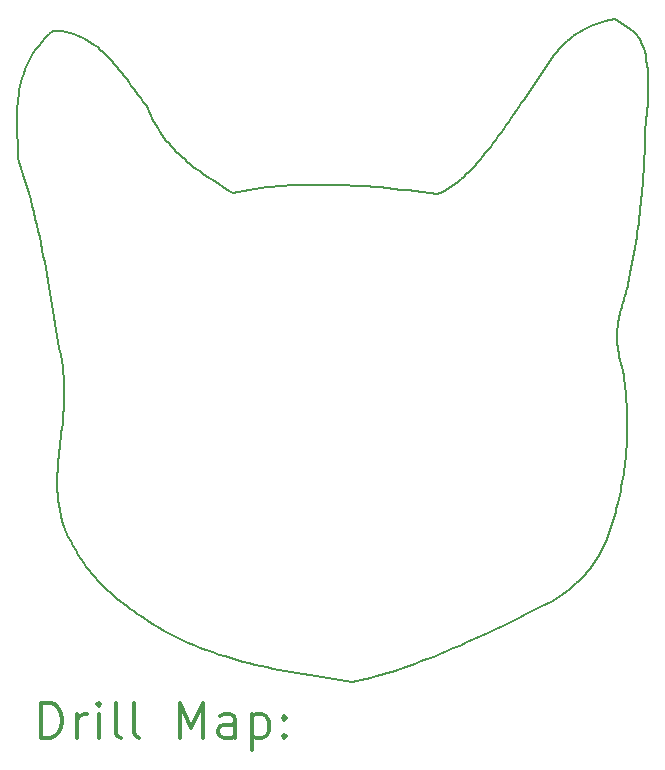
<source format=gbr>
%FSLAX45Y45*%
G04 Gerber Fmt 4.5, Leading zero omitted, Abs format (unit mm)*
G04 Created by KiCad (PCBNEW 5.1.6-c6e7f7d~87~ubuntu18.04.1) date 2020-07-20 20:37:35*
%MOMM*%
%LPD*%
G01*
G04 APERTURE LIST*
%TA.AperFunction,Profile*%
%ADD10C,0.200000*%
%TD*%
%ADD11C,0.200000*%
%ADD12C,0.300000*%
G04 APERTURE END LIST*
D10*
X15689365Y-5002011D02*
X15688331Y-5039065D01*
X15688331Y-5039065D02*
X15687156Y-5076259D01*
X15687156Y-5076259D02*
X15685832Y-5113601D01*
X15685832Y-5113601D02*
X15684350Y-5151101D01*
X15684350Y-5151101D02*
X15682703Y-5188767D01*
X15682703Y-5188767D02*
X15680881Y-5226607D01*
X15680881Y-5226607D02*
X15678876Y-5264630D01*
X15678876Y-5264630D02*
X15676680Y-5302845D01*
X15676680Y-5302845D02*
X15674283Y-5341259D01*
X15674283Y-5341259D02*
X15671678Y-5379882D01*
X15671678Y-5379882D02*
X15668856Y-5418721D01*
X15668856Y-5418721D02*
X15665809Y-5457786D01*
X15665809Y-5457786D02*
X15662528Y-5497085D01*
X15662528Y-5497085D02*
X15659004Y-5536626D01*
X15659004Y-5536626D02*
X15655229Y-5576419D01*
X15655229Y-5576419D02*
X15651196Y-5616470D01*
X15651196Y-5616470D02*
X15646894Y-5656790D01*
X15646894Y-5656790D02*
X15642315Y-5697386D01*
X15642315Y-5697386D02*
X15637452Y-5738267D01*
X15637452Y-5738267D02*
X15632296Y-5779441D01*
X15632296Y-5779441D02*
X15626838Y-5820918D01*
X15626838Y-5820918D02*
X15621069Y-5862705D01*
X15621069Y-5862705D02*
X15614981Y-5904811D01*
X15614981Y-5904811D02*
X15608567Y-5947245D01*
X15608567Y-5947245D02*
X15601816Y-5990014D01*
X15601816Y-5990014D02*
X15594721Y-6033128D01*
X15594721Y-6033128D02*
X15587274Y-6076596D01*
X15587274Y-6076596D02*
X15579465Y-6120425D01*
X15579465Y-6120425D02*
X15571286Y-6164623D01*
X15571286Y-6164623D02*
X15562729Y-6209201D01*
X15562729Y-6209201D02*
X15553786Y-6254166D01*
X15553786Y-6254166D02*
X15544447Y-6299526D01*
X10747773Y-6948280D02*
X10737460Y-6895841D01*
X10737460Y-6895841D02*
X10727508Y-6843462D01*
X10727508Y-6843462D02*
X10717873Y-6791136D01*
X10717873Y-6791136D02*
X10708512Y-6738856D01*
X10708512Y-6738856D02*
X10699381Y-6686614D01*
X10699381Y-6686614D02*
X10690438Y-6634404D01*
X10690438Y-6634404D02*
X10681639Y-6582217D01*
X10681639Y-6582217D02*
X10672941Y-6530048D01*
X10672941Y-6530048D02*
X10664301Y-6477887D01*
X10664301Y-6477887D02*
X10655674Y-6425730D01*
X10655674Y-6425730D02*
X10647019Y-6373567D01*
X10647019Y-6373567D02*
X10638292Y-6321392D01*
X10638292Y-6321392D02*
X10629450Y-6269199D01*
X10629450Y-6269199D02*
X10620448Y-6216978D01*
X10620448Y-6216978D02*
X10611245Y-6164724D01*
X10611245Y-6164724D02*
X10601797Y-6112430D01*
X10601797Y-6112430D02*
X10592060Y-6060087D01*
X10592060Y-6060087D02*
X10581992Y-6007688D01*
X10581992Y-6007688D02*
X10571549Y-5955228D01*
X10571549Y-5955228D02*
X10560687Y-5902698D01*
X10560687Y-5902698D02*
X10549364Y-5850090D01*
X10549364Y-5850090D02*
X10537536Y-5797399D01*
X10537536Y-5797399D02*
X10525161Y-5744616D01*
X10525161Y-5744616D02*
X10512194Y-5691735D01*
X10512194Y-5691735D02*
X10498593Y-5638748D01*
X10498593Y-5638748D02*
X10484314Y-5585649D01*
X10484314Y-5585649D02*
X10469314Y-5532429D01*
X10469314Y-5532429D02*
X10453549Y-5479081D01*
X10453549Y-5479081D02*
X10436978Y-5425600D01*
X10436978Y-5425600D02*
X10419555Y-5371976D01*
X10419555Y-5371976D02*
X10401239Y-5318204D01*
X10401239Y-5318204D02*
X10381985Y-5264275D01*
X14957788Y-8949762D02*
X14887252Y-8987043D01*
X14887252Y-8987043D02*
X14817733Y-9023366D01*
X14817733Y-9023366D02*
X14749229Y-9058730D01*
X14749229Y-9058730D02*
X14681743Y-9093137D01*
X14681743Y-9093137D02*
X14615272Y-9126585D01*
X14615272Y-9126585D02*
X14549818Y-9159075D01*
X14549818Y-9159075D02*
X14485380Y-9190607D01*
X14485380Y-9190607D02*
X14421959Y-9221181D01*
X14421959Y-9221181D02*
X14359554Y-9250797D01*
X14359554Y-9250797D02*
X14298166Y-9279455D01*
X14298166Y-9279455D02*
X14237794Y-9307154D01*
X14237794Y-9307154D02*
X14178438Y-9333896D01*
X14178438Y-9333896D02*
X14120098Y-9359679D01*
X14120098Y-9359679D02*
X14062776Y-9384504D01*
X14062776Y-9384504D02*
X14006469Y-9408371D01*
X14006469Y-9408371D02*
X13951179Y-9431280D01*
X13951179Y-9431280D02*
X13896905Y-9453231D01*
X13896905Y-9453231D02*
X13843648Y-9474223D01*
X13843648Y-9474223D02*
X13791407Y-9494258D01*
X13791407Y-9494258D02*
X13740182Y-9513334D01*
X13740182Y-9513334D02*
X13689974Y-9531452D01*
X13689974Y-9531452D02*
X13640782Y-9548612D01*
X13640782Y-9548612D02*
X13592607Y-9564814D01*
X13592607Y-9564814D02*
X13545448Y-9580058D01*
X13545448Y-9580058D02*
X13499305Y-9594343D01*
X13499305Y-9594343D02*
X13454179Y-9607671D01*
X13454179Y-9607671D02*
X13410069Y-9620040D01*
X13410069Y-9620040D02*
X13366976Y-9631451D01*
X13366976Y-9631451D02*
X13324899Y-9641904D01*
X13324899Y-9641904D02*
X13283838Y-9651398D01*
X13283838Y-9651398D02*
X13243794Y-9659935D01*
X13243794Y-9659935D02*
X13204766Y-9667513D01*
X15454727Y-8149169D02*
X15448791Y-8175387D01*
X15448791Y-8175387D02*
X15442693Y-8201585D01*
X15442693Y-8201585D02*
X15436387Y-8227756D01*
X15436387Y-8227756D02*
X15429828Y-8253896D01*
X15429828Y-8253896D02*
X15422969Y-8279999D01*
X15422969Y-8279999D02*
X15415765Y-8306058D01*
X15415765Y-8306058D02*
X15408171Y-8332069D01*
X15408171Y-8332069D02*
X15400141Y-8358025D01*
X15400141Y-8358025D02*
X15391628Y-8383920D01*
X15391628Y-8383920D02*
X15382588Y-8409750D01*
X15382588Y-8409750D02*
X15372975Y-8435508D01*
X15372975Y-8435508D02*
X15362743Y-8461189D01*
X15362743Y-8461189D02*
X15351846Y-8486786D01*
X15351846Y-8486786D02*
X15340239Y-8512295D01*
X15340239Y-8512295D02*
X15327876Y-8537709D01*
X15327876Y-8537709D02*
X15314712Y-8563024D01*
X15314712Y-8563024D02*
X15300700Y-8588232D01*
X15300700Y-8588232D02*
X15285795Y-8613328D01*
X15285795Y-8613328D02*
X15269952Y-8638307D01*
X15269952Y-8638307D02*
X15253124Y-8663164D01*
X15253124Y-8663164D02*
X15235266Y-8687891D01*
X15235266Y-8687891D02*
X15216333Y-8712484D01*
X15216333Y-8712484D02*
X15196278Y-8736937D01*
X15196278Y-8736937D02*
X15175056Y-8761243D01*
X15175056Y-8761243D02*
X15152621Y-8785399D01*
X15152621Y-8785399D02*
X15128929Y-8809397D01*
X15128929Y-8809397D02*
X15103932Y-8833232D01*
X15103932Y-8833232D02*
X15077585Y-8856898D01*
X15077585Y-8856898D02*
X15049843Y-8880390D01*
X15049843Y-8880390D02*
X15020660Y-8903702D01*
X15020660Y-8903702D02*
X14989990Y-8926828D01*
X14989990Y-8926828D02*
X14957788Y-8949762D01*
X11479351Y-4808764D02*
X11490498Y-4839401D01*
X11490498Y-4839401D02*
X11502659Y-4869300D01*
X11502659Y-4869300D02*
X11515807Y-4898481D01*
X11515807Y-4898481D02*
X11529914Y-4926965D01*
X11529914Y-4926965D02*
X11544949Y-4954773D01*
X11544949Y-4954773D02*
X11560884Y-4981927D01*
X11560884Y-4981927D02*
X11577692Y-5008447D01*
X11577692Y-5008447D02*
X11595342Y-5034353D01*
X11595342Y-5034353D02*
X11613807Y-5059668D01*
X11613807Y-5059668D02*
X11633057Y-5084411D01*
X11633057Y-5084411D02*
X11653064Y-5108604D01*
X11653064Y-5108604D02*
X11673798Y-5132268D01*
X11673798Y-5132268D02*
X11695232Y-5155423D01*
X11695232Y-5155423D02*
X11717337Y-5178090D01*
X11717337Y-5178090D02*
X11740083Y-5200290D01*
X11740083Y-5200290D02*
X11763443Y-5222045D01*
X11763443Y-5222045D02*
X11787387Y-5243375D01*
X11787387Y-5243375D02*
X11811886Y-5264300D01*
X11811886Y-5264300D02*
X11836912Y-5284843D01*
X11836912Y-5284843D02*
X11862437Y-5305023D01*
X11862437Y-5305023D02*
X11888431Y-5324862D01*
X11888431Y-5324862D02*
X11914865Y-5344380D01*
X11914865Y-5344380D02*
X11941711Y-5363599D01*
X11941711Y-5363599D02*
X11968941Y-5382539D01*
X11968941Y-5382539D02*
X11996525Y-5401221D01*
X11996525Y-5401221D02*
X12024435Y-5419666D01*
X12024435Y-5419666D02*
X12052641Y-5437896D01*
X12052641Y-5437896D02*
X12081116Y-5455930D01*
X12081116Y-5455930D02*
X12109831Y-5473790D01*
X12109831Y-5473790D02*
X12138756Y-5491497D01*
X12138756Y-5491497D02*
X12167863Y-5509071D01*
X12167863Y-5509071D02*
X12197124Y-5526534D01*
X13204766Y-9667513D02*
X13153434Y-9659013D01*
X13153434Y-9659013D02*
X13102103Y-9650701D01*
X13102103Y-9650701D02*
X13050772Y-9642521D01*
X13050772Y-9642521D02*
X12999441Y-9634415D01*
X12999441Y-9634415D02*
X12948109Y-9626327D01*
X12948109Y-9626327D02*
X12896778Y-9618197D01*
X12896778Y-9618197D02*
X12845447Y-9609971D01*
X12845447Y-9609971D02*
X12794116Y-9601589D01*
X12794116Y-9601589D02*
X12742785Y-9592995D01*
X12742785Y-9592995D02*
X12691453Y-9584132D01*
X12691453Y-9584132D02*
X12640122Y-9574943D01*
X12640122Y-9574943D02*
X12588791Y-9565369D01*
X12588791Y-9565369D02*
X12537460Y-9555355D01*
X12537460Y-9555355D02*
X12486129Y-9544842D01*
X12486129Y-9544842D02*
X12434798Y-9533773D01*
X12434798Y-9533773D02*
X12383467Y-9522092D01*
X12383467Y-9522092D02*
X12332135Y-9509740D01*
X12332135Y-9509740D02*
X12280804Y-9496661D01*
X12280804Y-9496661D02*
X12229473Y-9482798D01*
X12229473Y-9482798D02*
X12178142Y-9468092D01*
X12178142Y-9468092D02*
X12126811Y-9452487D01*
X12126811Y-9452487D02*
X12075480Y-9435926D01*
X12075480Y-9435926D02*
X12024149Y-9418351D01*
X12024149Y-9418351D02*
X11972817Y-9399705D01*
X11972817Y-9399705D02*
X11921486Y-9379931D01*
X11921486Y-9379931D02*
X11870155Y-9358972D01*
X11870155Y-9358972D02*
X11818824Y-9336769D01*
X11818824Y-9336769D02*
X11767493Y-9313267D01*
X11767493Y-9313267D02*
X11716161Y-9288408D01*
X11716161Y-9288408D02*
X11664830Y-9262134D01*
X11664830Y-9262134D02*
X11613499Y-9234388D01*
X11613499Y-9234388D02*
X11562167Y-9205113D01*
X10747773Y-8307910D02*
X10737531Y-8260645D01*
X10737531Y-8260645D02*
X10729084Y-8214481D01*
X10729084Y-8214481D02*
X10722318Y-8169338D01*
X10722318Y-8169338D02*
X10717120Y-8125137D01*
X10717120Y-8125137D02*
X10713376Y-8081799D01*
X10713376Y-8081799D02*
X10710973Y-8039245D01*
X10710973Y-8039245D02*
X10709798Y-7997396D01*
X10709798Y-7997396D02*
X10709737Y-7956171D01*
X10709737Y-7956171D02*
X10710677Y-7915493D01*
X10710677Y-7915493D02*
X10712504Y-7875281D01*
X10712504Y-7875281D02*
X10715105Y-7835456D01*
X10715105Y-7835456D02*
X10718367Y-7795940D01*
X10718367Y-7795940D02*
X10722177Y-7756652D01*
X10722177Y-7756652D02*
X10726420Y-7717514D01*
X10726420Y-7717514D02*
X10730985Y-7678447D01*
X10730985Y-7678447D02*
X10735756Y-7639371D01*
X10735756Y-7639371D02*
X10740621Y-7600206D01*
X10740621Y-7600206D02*
X10745467Y-7560875D01*
X10745467Y-7560875D02*
X10750180Y-7521296D01*
X10750180Y-7521296D02*
X10754647Y-7481392D01*
X10754647Y-7481392D02*
X10758754Y-7441083D01*
X10758754Y-7441083D02*
X10762388Y-7400289D01*
X10762388Y-7400289D02*
X10765436Y-7358932D01*
X10765436Y-7358932D02*
X10767784Y-7316932D01*
X10767784Y-7316932D02*
X10769319Y-7274210D01*
X10769319Y-7274210D02*
X10769927Y-7230687D01*
X10769927Y-7230687D02*
X10769496Y-7186283D01*
X10769496Y-7186283D02*
X10767911Y-7140919D01*
X10767911Y-7140919D02*
X10765060Y-7094516D01*
X10765060Y-7094516D02*
X10760829Y-7046994D01*
X10760829Y-7046994D02*
X10755104Y-6998275D01*
X10755104Y-6998275D02*
X10747773Y-6948280D01*
X14661014Y-4739748D02*
X14679589Y-4715113D01*
X14679589Y-4715113D02*
X14697549Y-4690116D01*
X14697549Y-4690116D02*
X14714991Y-4664815D01*
X14714991Y-4664815D02*
X14732012Y-4639266D01*
X14732012Y-4639266D02*
X14748711Y-4613528D01*
X14748711Y-4613528D02*
X14765185Y-4587657D01*
X14765185Y-4587657D02*
X14781532Y-4561711D01*
X14781532Y-4561711D02*
X14797848Y-4535748D01*
X14797848Y-4535748D02*
X14814232Y-4509824D01*
X14814232Y-4509824D02*
X14830781Y-4483997D01*
X14830781Y-4483997D02*
X14847592Y-4458325D01*
X14847592Y-4458325D02*
X14864764Y-4432864D01*
X14864764Y-4432864D02*
X14882393Y-4407673D01*
X14882393Y-4407673D02*
X14900577Y-4382808D01*
X14900577Y-4382808D02*
X14919414Y-4358327D01*
X14919414Y-4358327D02*
X14939001Y-4334287D01*
X14939001Y-4334287D02*
X14959436Y-4310746D01*
X14959436Y-4310746D02*
X14980816Y-4287761D01*
X14980816Y-4287761D02*
X15003238Y-4265390D01*
X15003238Y-4265390D02*
X15026801Y-4243689D01*
X15026801Y-4243689D02*
X15051602Y-4222716D01*
X15051602Y-4222716D02*
X15077739Y-4202529D01*
X15077739Y-4202529D02*
X15105308Y-4183185D01*
X15105308Y-4183185D02*
X15134407Y-4164741D01*
X15134407Y-4164741D02*
X15165135Y-4147255D01*
X15165135Y-4147255D02*
X15197588Y-4130783D01*
X15197588Y-4130783D02*
X15231864Y-4115384D01*
X15231864Y-4115384D02*
X15268061Y-4101115D01*
X15268061Y-4101115D02*
X15306275Y-4088033D01*
X15306275Y-4088033D02*
X15346606Y-4076196D01*
X15346606Y-4076196D02*
X15389149Y-4065660D01*
X15389149Y-4065660D02*
X15434003Y-4056484D01*
X10381985Y-5264275D02*
X10380778Y-5230256D01*
X10380778Y-5230256D02*
X10379304Y-5195895D01*
X10379304Y-5195895D02*
X10377656Y-5161223D01*
X10377656Y-5161223D02*
X10375927Y-5126269D01*
X10375927Y-5126269D02*
X10374210Y-5091062D01*
X10374210Y-5091062D02*
X10372598Y-5055633D01*
X10372598Y-5055633D02*
X10371183Y-5020009D01*
X10371183Y-5020009D02*
X10370059Y-4984222D01*
X10370059Y-4984222D02*
X10369318Y-4948301D01*
X10369318Y-4948301D02*
X10369054Y-4912275D01*
X10369054Y-4912275D02*
X10369360Y-4876174D01*
X10369360Y-4876174D02*
X10370327Y-4840027D01*
X10370327Y-4840027D02*
X10372050Y-4803865D01*
X10372050Y-4803865D02*
X10374621Y-4767716D01*
X10374621Y-4767716D02*
X10378132Y-4731611D01*
X10378132Y-4731611D02*
X10382678Y-4695578D01*
X10382678Y-4695578D02*
X10388351Y-4659648D01*
X10388351Y-4659648D02*
X10395243Y-4623850D01*
X10395243Y-4623850D02*
X10403449Y-4588213D01*
X10403449Y-4588213D02*
X10413060Y-4552768D01*
X10413060Y-4552768D02*
X10424169Y-4517543D01*
X10424169Y-4517543D02*
X10436870Y-4482569D01*
X10436870Y-4482569D02*
X10451255Y-4447875D01*
X10451255Y-4447875D02*
X10467418Y-4413490D01*
X10467418Y-4413490D02*
X10485451Y-4379444D01*
X10485451Y-4379444D02*
X10505447Y-4345768D01*
X10505447Y-4345768D02*
X10527500Y-4312489D01*
X10527500Y-4312489D02*
X10551701Y-4279638D01*
X10551701Y-4279638D02*
X10578144Y-4247245D01*
X10578144Y-4247245D02*
X10606922Y-4215339D01*
X10606922Y-4215339D02*
X10638128Y-4183949D01*
X10638128Y-4183949D02*
X10671855Y-4153106D01*
X12197124Y-5526534D02*
X12243088Y-5517305D01*
X12243088Y-5517305D02*
X12289615Y-5508760D01*
X12289615Y-5508760D02*
X12336701Y-5500893D01*
X12336701Y-5500893D02*
X12384341Y-5493698D01*
X12384341Y-5493698D02*
X12432529Y-5487170D01*
X12432529Y-5487170D02*
X12481260Y-5481301D01*
X12481260Y-5481301D02*
X12530530Y-5476087D01*
X12530530Y-5476087D02*
X12580333Y-5471519D01*
X12580333Y-5471519D02*
X12630665Y-5467594D01*
X12630665Y-5467594D02*
X12681520Y-5464304D01*
X12681520Y-5464304D02*
X12732893Y-5461643D01*
X12732893Y-5461643D02*
X12784779Y-5459606D01*
X12784779Y-5459606D02*
X12837174Y-5458186D01*
X12837174Y-5458186D02*
X12890071Y-5457377D01*
X12890071Y-5457377D02*
X12943467Y-5457173D01*
X12943467Y-5457173D02*
X12997356Y-5457568D01*
X12997356Y-5457568D02*
X13051733Y-5458555D01*
X13051733Y-5458555D02*
X13106593Y-5460129D01*
X13106593Y-5460129D02*
X13161931Y-5462284D01*
X13161931Y-5462284D02*
X13217743Y-5465013D01*
X13217743Y-5465013D02*
X13274022Y-5468310D01*
X13274022Y-5468310D02*
X13330764Y-5472170D01*
X13330764Y-5472170D02*
X13387964Y-5476585D01*
X13387964Y-5476585D02*
X13445616Y-5481551D01*
X13445616Y-5481551D02*
X13503717Y-5487060D01*
X13503717Y-5487060D02*
X13562260Y-5493108D01*
X13562260Y-5493108D02*
X13621241Y-5499686D01*
X13621241Y-5499686D02*
X13680655Y-5506791D01*
X13680655Y-5506791D02*
X13740497Y-5514414D01*
X13740497Y-5514414D02*
X13800761Y-5522551D01*
X13800761Y-5522551D02*
X13861443Y-5531195D01*
X13861443Y-5531195D02*
X13922538Y-5540341D01*
X15434003Y-4056484D02*
X15456122Y-4075186D01*
X15456122Y-4075186D02*
X15480800Y-4091220D01*
X15480800Y-4091220D02*
X15507313Y-4106313D01*
X15507313Y-4106313D02*
X15534937Y-4122190D01*
X15534937Y-4122190D02*
X15562947Y-4140576D01*
X15562947Y-4140576D02*
X15590618Y-4163198D01*
X15590618Y-4163198D02*
X15617227Y-4191781D01*
X15617227Y-4191781D02*
X15629907Y-4208847D01*
X15629907Y-4208847D02*
X15642049Y-4228050D01*
X15642049Y-4228050D02*
X15653564Y-4249607D01*
X15653564Y-4249607D02*
X15664360Y-4273732D01*
X15664360Y-4273732D02*
X15674347Y-4300642D01*
X15674347Y-4300642D02*
X15683434Y-4330552D01*
X15683434Y-4330552D02*
X15691532Y-4363678D01*
X15691532Y-4363678D02*
X15698549Y-4400236D01*
X15698549Y-4400236D02*
X15704395Y-4440441D01*
X15704395Y-4440441D02*
X15708979Y-4484509D01*
X15708979Y-4484509D02*
X15712211Y-4532656D01*
X15712211Y-4532656D02*
X15714000Y-4585098D01*
X15714000Y-4585098D02*
X15714255Y-4642050D01*
X15714255Y-4642050D02*
X15712887Y-4703727D01*
X15712887Y-4703727D02*
X15709805Y-4770347D01*
X15709805Y-4770347D02*
X15704917Y-4842123D01*
X15704917Y-4842123D02*
X15698134Y-4919273D01*
X15698134Y-4919273D02*
X15689365Y-5002011D01*
X13922538Y-5540341D02*
X13949034Y-5528996D01*
X13949034Y-5528996D02*
X13975178Y-5516243D01*
X13975178Y-5516243D02*
X14000982Y-5502133D01*
X14000982Y-5502133D02*
X14026461Y-5486719D01*
X14026461Y-5486719D02*
X14051627Y-5470054D01*
X14051627Y-5470054D02*
X14076493Y-5452190D01*
X14076493Y-5452190D02*
X14101073Y-5433181D01*
X14101073Y-5433181D02*
X14125380Y-5413079D01*
X14125380Y-5413079D02*
X14149427Y-5391937D01*
X14149427Y-5391937D02*
X14173226Y-5369806D01*
X14173226Y-5369806D02*
X14196792Y-5346741D01*
X14196792Y-5346741D02*
X14220137Y-5322794D01*
X14220137Y-5322794D02*
X14243275Y-5298017D01*
X14243275Y-5298017D02*
X14266219Y-5272464D01*
X14266219Y-5272464D02*
X14288982Y-5246186D01*
X14288982Y-5246186D02*
X14311576Y-5219237D01*
X14311576Y-5219237D02*
X14334016Y-5191669D01*
X14334016Y-5191669D02*
X14356315Y-5163536D01*
X14356315Y-5163536D02*
X14378485Y-5134889D01*
X14378485Y-5134889D02*
X14400540Y-5105781D01*
X14400540Y-5105781D02*
X14422493Y-5076266D01*
X14422493Y-5076266D02*
X14444358Y-5046395D01*
X14444358Y-5046395D02*
X14466146Y-5016222D01*
X14466146Y-5016222D02*
X14487872Y-4985799D01*
X14487872Y-4985799D02*
X14509549Y-4955179D01*
X14509549Y-4955179D02*
X14531190Y-4924415D01*
X14531190Y-4924415D02*
X14552808Y-4893559D01*
X14552808Y-4893559D02*
X14574416Y-4862663D01*
X14574416Y-4862663D02*
X14596027Y-4831782D01*
X14596027Y-4831782D02*
X14617655Y-4800967D01*
X14617655Y-4800967D02*
X14639313Y-4770272D01*
X14639313Y-4770272D02*
X14661014Y-4739748D01*
X11562167Y-9205113D02*
X11532631Y-9186420D01*
X11532631Y-9186420D02*
X11503145Y-9167609D01*
X11503145Y-9167609D02*
X11473732Y-9148631D01*
X11473732Y-9148631D02*
X11444413Y-9129439D01*
X11444413Y-9129439D02*
X11415210Y-9109983D01*
X11415210Y-9109983D02*
X11386142Y-9090216D01*
X11386142Y-9090216D02*
X11357232Y-9070088D01*
X11357232Y-9070088D02*
X11328501Y-9049551D01*
X11328501Y-9049551D02*
X11299970Y-9028557D01*
X11299970Y-9028557D02*
X11271660Y-9007057D01*
X11271660Y-9007057D02*
X11243593Y-8985002D01*
X11243593Y-8985002D02*
X11215789Y-8962345D01*
X11215789Y-8962345D02*
X11188270Y-8939036D01*
X11188270Y-8939036D02*
X11161058Y-8915028D01*
X11161058Y-8915028D02*
X11134173Y-8890271D01*
X11134173Y-8890271D02*
X11107636Y-8864717D01*
X11107636Y-8864717D02*
X11081469Y-8838318D01*
X11081469Y-8838318D02*
X11055693Y-8811025D01*
X11055693Y-8811025D02*
X11030329Y-8782789D01*
X11030329Y-8782789D02*
X11005399Y-8753563D01*
X11005399Y-8753563D02*
X10980924Y-8723297D01*
X10980924Y-8723297D02*
X10956924Y-8691944D01*
X10956924Y-8691944D02*
X10933422Y-8659454D01*
X10933422Y-8659454D02*
X10910438Y-8625780D01*
X10910438Y-8625780D02*
X10887993Y-8590872D01*
X10887993Y-8590872D02*
X10866109Y-8554682D01*
X10866109Y-8554682D02*
X10844808Y-8517162D01*
X10844808Y-8517162D02*
X10824109Y-8478263D01*
X10824109Y-8478263D02*
X10804036Y-8437937D01*
X10804036Y-8437937D02*
X10784607Y-8396135D01*
X10784607Y-8396135D02*
X10765846Y-8352809D01*
X10765846Y-8352809D02*
X10747773Y-8307910D01*
X15544447Y-6299526D02*
X15539428Y-6319626D01*
X15539428Y-6319626D02*
X15534120Y-6339495D01*
X15534120Y-6339495D02*
X15528577Y-6359175D01*
X15528577Y-6359175D02*
X15522851Y-6378708D01*
X15522851Y-6378708D02*
X15516994Y-6398137D01*
X15516994Y-6398137D02*
X15511061Y-6417505D01*
X15511061Y-6417505D02*
X15505103Y-6436853D01*
X15505103Y-6436853D02*
X15499174Y-6456223D01*
X15499174Y-6456223D02*
X15493327Y-6475659D01*
X15493327Y-6475659D02*
X15487614Y-6495202D01*
X15487614Y-6495202D02*
X15482088Y-6514895D01*
X15482088Y-6514895D02*
X15476803Y-6534780D01*
X15476803Y-6534780D02*
X15471811Y-6554900D01*
X15471811Y-6554900D02*
X15467165Y-6575296D01*
X15467165Y-6575296D02*
X15462917Y-6596011D01*
X15462917Y-6596011D02*
X15459122Y-6617088D01*
X15459122Y-6617088D02*
X15455831Y-6638568D01*
X15455831Y-6638568D02*
X15453098Y-6660495D01*
X15453098Y-6660495D02*
X15450975Y-6682909D01*
X15450975Y-6682909D02*
X15449516Y-6705855D01*
X15449516Y-6705855D02*
X15448773Y-6729373D01*
X15448773Y-6729373D02*
X15448799Y-6753507D01*
X15448799Y-6753507D02*
X15449647Y-6778299D01*
X15449647Y-6778299D02*
X15451371Y-6803790D01*
X15451371Y-6803790D02*
X15454022Y-6830024D01*
X15454022Y-6830024D02*
X15457653Y-6857042D01*
X15457653Y-6857042D02*
X15462318Y-6884887D01*
X15462318Y-6884887D02*
X15468070Y-6913602D01*
X15468070Y-6913602D02*
X15474961Y-6943228D01*
X15474961Y-6943228D02*
X15483045Y-6973808D01*
X15483045Y-6973808D02*
X15492373Y-7005385D01*
X15492373Y-7005385D02*
X15503000Y-7038000D01*
X10671855Y-4153106D02*
X10710004Y-4155983D01*
X10710004Y-4155983D02*
X10746773Y-4160744D01*
X10746773Y-4160744D02*
X10782215Y-4167312D01*
X10782215Y-4167312D02*
X10816387Y-4175614D01*
X10816387Y-4175614D02*
X10849342Y-4185575D01*
X10849342Y-4185575D02*
X10881135Y-4197121D01*
X10881135Y-4197121D02*
X10911821Y-4210175D01*
X10911821Y-4210175D02*
X10941455Y-4224665D01*
X10941455Y-4224665D02*
X10970092Y-4240515D01*
X10970092Y-4240515D02*
X10997786Y-4257650D01*
X10997786Y-4257650D02*
X11024592Y-4275996D01*
X11024592Y-4275996D02*
X11050564Y-4295479D01*
X11050564Y-4295479D02*
X11075758Y-4316023D01*
X11075758Y-4316023D02*
X11100229Y-4337554D01*
X11100229Y-4337554D02*
X11124030Y-4359997D01*
X11124030Y-4359997D02*
X11147217Y-4383278D01*
X11147217Y-4383278D02*
X11169845Y-4407321D01*
X11169845Y-4407321D02*
X11191968Y-4432053D01*
X11191968Y-4432053D02*
X11213641Y-4457399D01*
X11213641Y-4457399D02*
X11234918Y-4483284D01*
X11234918Y-4483284D02*
X11255855Y-4509633D01*
X11255855Y-4509633D02*
X11276507Y-4536371D01*
X11276507Y-4536371D02*
X11296927Y-4563425D01*
X11296927Y-4563425D02*
X11317172Y-4590719D01*
X11317172Y-4590719D02*
X11337294Y-4618179D01*
X11337294Y-4618179D02*
X11357351Y-4645729D01*
X11357351Y-4645729D02*
X11377395Y-4673296D01*
X11377395Y-4673296D02*
X11397481Y-4700805D01*
X11397481Y-4700805D02*
X11417666Y-4728181D01*
X11417666Y-4728181D02*
X11438002Y-4755349D01*
X11438002Y-4755349D02*
X11458546Y-4782235D01*
X11458546Y-4782235D02*
X11479351Y-4808764D01*
X13204766Y-9667513D02*
X13204766Y-9667513D01*
X15503000Y-7038000D02*
X15507820Y-7073515D01*
X15507820Y-7073515D02*
X15512278Y-7108985D01*
X15512278Y-7108985D02*
X15516368Y-7144408D01*
X15516368Y-7144408D02*
X15520087Y-7179786D01*
X15520087Y-7179786D02*
X15523429Y-7215116D01*
X15523429Y-7215116D02*
X15526391Y-7250399D01*
X15526391Y-7250399D02*
X15528967Y-7285634D01*
X15528967Y-7285634D02*
X15531153Y-7320819D01*
X15531153Y-7320819D02*
X15532945Y-7355956D01*
X15532945Y-7355956D02*
X15534338Y-7391043D01*
X15534338Y-7391043D02*
X15535326Y-7426079D01*
X15535326Y-7426079D02*
X15535907Y-7461064D01*
X15535907Y-7461064D02*
X15536075Y-7495998D01*
X15536075Y-7495998D02*
X15535825Y-7530879D01*
X15535825Y-7530879D02*
X15535153Y-7565708D01*
X15535153Y-7565708D02*
X15534055Y-7600483D01*
X15534055Y-7600483D02*
X15532525Y-7635205D01*
X15532525Y-7635205D02*
X15530560Y-7669872D01*
X15530560Y-7669872D02*
X15528154Y-7704484D01*
X15528154Y-7704484D02*
X15525303Y-7739040D01*
X15525303Y-7739040D02*
X15522003Y-7773540D01*
X15522003Y-7773540D02*
X15518249Y-7807984D01*
X15518249Y-7807984D02*
X15514036Y-7842370D01*
X15514036Y-7842370D02*
X15509360Y-7876698D01*
X15509360Y-7876698D02*
X15504216Y-7910967D01*
X15504216Y-7910967D02*
X15498600Y-7945178D01*
X15498600Y-7945178D02*
X15492507Y-7979329D01*
X15492507Y-7979329D02*
X15485932Y-8013420D01*
X15485932Y-8013420D02*
X15478872Y-8047450D01*
X15478872Y-8047450D02*
X15471320Y-8081418D01*
X15471320Y-8081418D02*
X15463273Y-8115325D01*
X15463273Y-8115325D02*
X15454727Y-8149169D01*
D11*
D12*
X10574759Y-10143228D02*
X10574759Y-9843228D01*
X10646187Y-9843228D01*
X10689044Y-9857513D01*
X10717616Y-9886085D01*
X10731901Y-9914656D01*
X10746187Y-9971799D01*
X10746187Y-10014656D01*
X10731901Y-10071799D01*
X10717616Y-10100371D01*
X10689044Y-10128942D01*
X10646187Y-10143228D01*
X10574759Y-10143228D01*
X10874759Y-10143228D02*
X10874759Y-9943228D01*
X10874759Y-10000371D02*
X10889044Y-9971799D01*
X10903330Y-9957513D01*
X10931901Y-9943228D01*
X10960473Y-9943228D01*
X11060473Y-10143228D02*
X11060473Y-9943228D01*
X11060473Y-9843228D02*
X11046187Y-9857513D01*
X11060473Y-9871799D01*
X11074759Y-9857513D01*
X11060473Y-9843228D01*
X11060473Y-9871799D01*
X11246187Y-10143228D02*
X11217616Y-10128942D01*
X11203330Y-10100371D01*
X11203330Y-9843228D01*
X11403330Y-10143228D02*
X11374758Y-10128942D01*
X11360473Y-10100371D01*
X11360473Y-9843228D01*
X11746187Y-10143228D02*
X11746187Y-9843228D01*
X11846187Y-10057513D01*
X11946187Y-9843228D01*
X11946187Y-10143228D01*
X12217616Y-10143228D02*
X12217616Y-9986085D01*
X12203330Y-9957513D01*
X12174758Y-9943228D01*
X12117616Y-9943228D01*
X12089044Y-9957513D01*
X12217616Y-10128942D02*
X12189044Y-10143228D01*
X12117616Y-10143228D01*
X12089044Y-10128942D01*
X12074758Y-10100371D01*
X12074758Y-10071799D01*
X12089044Y-10043228D01*
X12117616Y-10028942D01*
X12189044Y-10028942D01*
X12217616Y-10014656D01*
X12360473Y-9943228D02*
X12360473Y-10243228D01*
X12360473Y-9957513D02*
X12389044Y-9943228D01*
X12446187Y-9943228D01*
X12474758Y-9957513D01*
X12489044Y-9971799D01*
X12503330Y-10000371D01*
X12503330Y-10086085D01*
X12489044Y-10114656D01*
X12474758Y-10128942D01*
X12446187Y-10143228D01*
X12389044Y-10143228D01*
X12360473Y-10128942D01*
X12631901Y-10114656D02*
X12646187Y-10128942D01*
X12631901Y-10143228D01*
X12617616Y-10128942D01*
X12631901Y-10114656D01*
X12631901Y-10143228D01*
X12631901Y-9957513D02*
X12646187Y-9971799D01*
X12631901Y-9986085D01*
X12617616Y-9971799D01*
X12631901Y-9957513D01*
X12631901Y-9986085D01*
M02*

</source>
